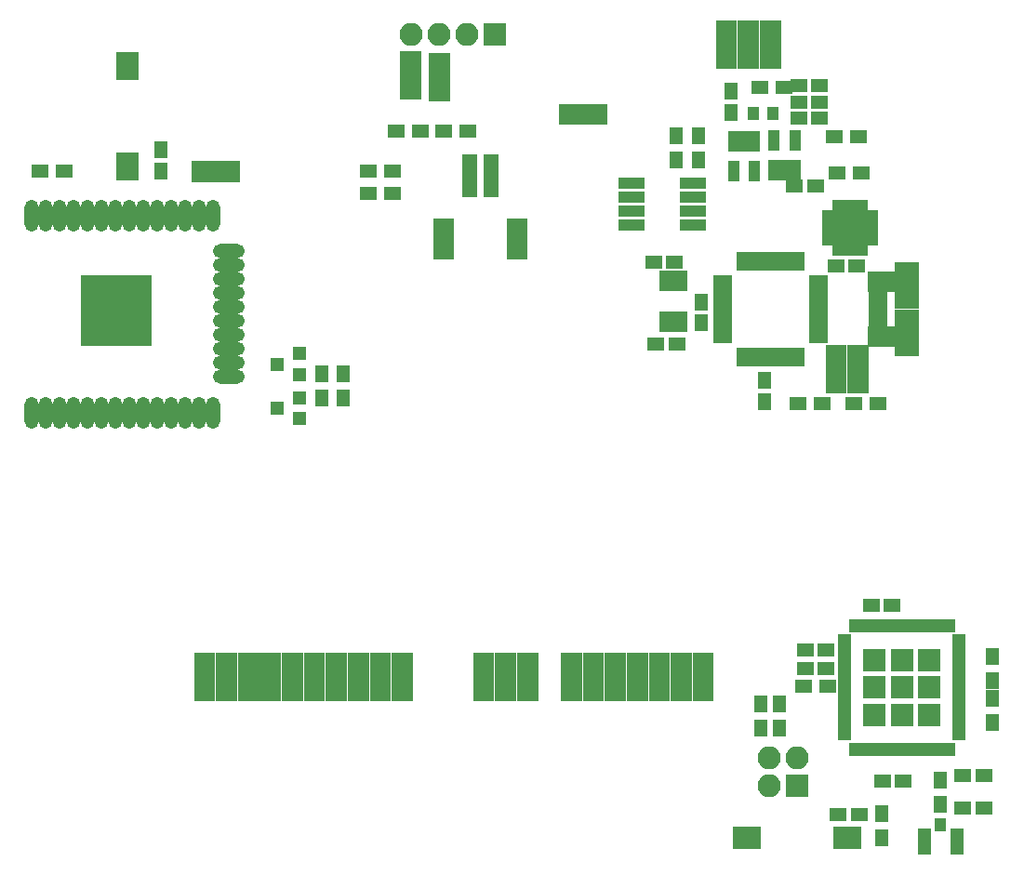
<source format=gbs>
G04 #@! TF.FileFunction,Soldermask,Bot*
%FSLAX46Y46*%
G04 Gerber Fmt 4.6, Leading zero omitted, Abs format (unit mm)*
G04 Created by KiCad (PCBNEW 4.0.7) date Thu Dec  7 16:12:30 2017*
%MOMM*%
%LPD*%
G01*
G04 APERTURE LIST*
%ADD10C,0.100000*%
%ADD11R,0.900000X1.200000*%
%ADD12R,1.200000X0.900000*%
%ADD13R,2.000000X2.000000*%
%ADD14R,1.600000X1.150000*%
%ADD15R,1.150000X1.600000*%
%ADD16R,1.000000X1.200000*%
%ADD17R,1.600000X1.300000*%
%ADD18R,1.050000X1.960000*%
%ADD19R,1.190000X2.340000*%
%ADD20R,1.140000X1.190000*%
%ADD21R,1.300000X1.600000*%
%ADD22R,2.580000X2.000000*%
%ADD23R,1.700000X0.650000*%
%ADD24R,0.650000X1.700000*%
%ADD25O,1.300000X2.900000*%
%ADD26O,2.900000X1.300000*%
%ADD27R,6.400000X6.400000*%
%ADD28R,2.537160X1.837160*%
%ADD29R,1.395680X3.897580*%
%ADD30R,1.398220X3.897580*%
%ADD31R,1.898600X3.798520*%
%ADD32R,1.898600X3.795980*%
%ADD33R,2.398980X0.999440*%
%ADD34R,1.300000X1.200000*%
%ADD35R,2.000000X2.580000*%
%ADD36R,0.700000X1.250000*%
%ADD37R,1.250000X0.700000*%
%ADD38R,1.700000X1.700000*%
%ADD39R,2.100000X2.100000*%
%ADD40O,2.100000X2.100000*%
%ADD41R,1.780000X0.850000*%
%ADD42R,2.500000X1.875000*%
%ADD43R,2.300000X2.775000*%
%ADD44R,2.300000X1.575000*%
G04 APERTURE END LIST*
D10*
D11*
X171100000Y-113350000D03*
X171900000Y-113350000D03*
X172700000Y-113350000D03*
X173500000Y-113350000D03*
X174300000Y-113350000D03*
X175100000Y-113350000D03*
X175900000Y-113350000D03*
X176700000Y-113350000D03*
X177500000Y-113350000D03*
X178300000Y-113350000D03*
X179100000Y-113350000D03*
X179900000Y-113350000D03*
D12*
X180700000Y-114600000D03*
X180700000Y-115400000D03*
X180700000Y-116200000D03*
X180700000Y-117000000D03*
X180700000Y-117800000D03*
X180700000Y-118600000D03*
X180700000Y-119400000D03*
X180700000Y-120200000D03*
X180700000Y-121000000D03*
X180700000Y-121800000D03*
X180700000Y-122600000D03*
X180700000Y-123400000D03*
D11*
X179900000Y-124650000D03*
X179100000Y-124650000D03*
X178300000Y-124650000D03*
X177500000Y-124650000D03*
X176700000Y-124650000D03*
X175900000Y-124650000D03*
X175100000Y-124650000D03*
X174300000Y-124650000D03*
X173500000Y-124650000D03*
X172700000Y-124650000D03*
X171900000Y-124650000D03*
X171100000Y-124650000D03*
D12*
X170300000Y-123400000D03*
X170300000Y-122600000D03*
X170300000Y-121800000D03*
X170300000Y-121000000D03*
X170300000Y-120200000D03*
X170300000Y-119400000D03*
X170300000Y-118600000D03*
X170300000Y-117800000D03*
X170300000Y-117000000D03*
X170300000Y-116200000D03*
X170300000Y-115400000D03*
X170300000Y-114600000D03*
D13*
X173000000Y-116500000D03*
X173000000Y-119000000D03*
X173000000Y-121500000D03*
X175500000Y-116500000D03*
X175500000Y-119000000D03*
X175500000Y-121500000D03*
X178000000Y-116500000D03*
X178000000Y-119000000D03*
X178000000Y-121500000D03*
D14*
X173700000Y-127550000D03*
X175600000Y-127550000D03*
X168600000Y-117250000D03*
X166700000Y-117250000D03*
X168600000Y-115550000D03*
X166700000Y-115550000D03*
X174600000Y-111550000D03*
X172700000Y-111550000D03*
X171600000Y-130550000D03*
X169700000Y-130550000D03*
X165700000Y-73350000D03*
X167600000Y-73350000D03*
X166100000Y-64150000D03*
X168000000Y-64150000D03*
X166100000Y-65750000D03*
X168000000Y-65750000D03*
X166100000Y-67150000D03*
X168000000Y-67150000D03*
D15*
X157250000Y-85800000D03*
X157250000Y-83900000D03*
X159950000Y-66600000D03*
X159950000Y-64700000D03*
D14*
X155000000Y-87750000D03*
X153100000Y-87750000D03*
X154800000Y-80250000D03*
X152900000Y-80250000D03*
D16*
X162000000Y-66750000D03*
X163700000Y-66750000D03*
D17*
X171555000Y-68805000D03*
X169355000Y-68805000D03*
D18*
X160150000Y-69240000D03*
X161100000Y-69240000D03*
X162050000Y-69240000D03*
X162050000Y-71940000D03*
X160150000Y-71940000D03*
D19*
X177525000Y-133000000D03*
X180475000Y-133000000D03*
D20*
X179000000Y-131475000D03*
D21*
X183710000Y-118410000D03*
X183710000Y-116210000D03*
X183710000Y-120020000D03*
X183710000Y-122220000D03*
X173650000Y-132650000D03*
X173650000Y-130450000D03*
D17*
X166550000Y-118850000D03*
X168750000Y-118850000D03*
X164750000Y-64350000D03*
X162550000Y-64350000D03*
D21*
X157000000Y-68800000D03*
X157000000Y-71000000D03*
D17*
X133750000Y-68350000D03*
X135950000Y-68350000D03*
X129450000Y-68350000D03*
X131650000Y-68350000D03*
D22*
X170520000Y-132700000D03*
X161340000Y-132700000D03*
D23*
X159200000Y-87300000D03*
X159200000Y-86800000D03*
X159200000Y-86300000D03*
X159200000Y-85800000D03*
X159200000Y-85300000D03*
X159200000Y-84800000D03*
X159200000Y-84300000D03*
X159200000Y-83800000D03*
X159200000Y-83300000D03*
X159200000Y-82800000D03*
X159200000Y-82300000D03*
X159200000Y-81800000D03*
D24*
X160800000Y-80200000D03*
X161300000Y-80200000D03*
X161800000Y-80200000D03*
X162300000Y-80200000D03*
X162800000Y-80200000D03*
X163300000Y-80200000D03*
X163800000Y-80200000D03*
X164300000Y-80200000D03*
X164800000Y-80200000D03*
X165300000Y-80200000D03*
X165800000Y-80200000D03*
X166300000Y-80200000D03*
D23*
X167900000Y-81800000D03*
X167900000Y-82300000D03*
X167900000Y-82800000D03*
X167900000Y-83300000D03*
X167900000Y-83800000D03*
X167900000Y-84300000D03*
X167900000Y-84800000D03*
X167900000Y-85300000D03*
X167900000Y-85800000D03*
X167900000Y-86300000D03*
X167900000Y-86800000D03*
X167900000Y-87300000D03*
D24*
X166300000Y-88900000D03*
X165800000Y-88900000D03*
X165300000Y-88900000D03*
X164800000Y-88900000D03*
X164300000Y-88900000D03*
X163800000Y-88900000D03*
X163300000Y-88900000D03*
X162800000Y-88900000D03*
X162300000Y-88900000D03*
X161800000Y-88900000D03*
X161300000Y-88900000D03*
X160800000Y-88900000D03*
D25*
X96250000Y-94000000D03*
X97520000Y-94000000D03*
X98790000Y-94000000D03*
X100060000Y-94000000D03*
X101330000Y-94000000D03*
X102600000Y-94000000D03*
X103870000Y-94000000D03*
X105140000Y-94000000D03*
X106410000Y-94000000D03*
X107680000Y-94000000D03*
X108950000Y-94000000D03*
X110220000Y-94000000D03*
X111490000Y-94000000D03*
X112760000Y-94000000D03*
D26*
X114250000Y-90715000D03*
X114250000Y-89445000D03*
X114250000Y-88175000D03*
X114250000Y-86905000D03*
X114250000Y-85635000D03*
X114250000Y-84365000D03*
X114250000Y-83095000D03*
X114250000Y-81825000D03*
X114250000Y-80555000D03*
X114250000Y-79285000D03*
D25*
X112760000Y-76000000D03*
X111490000Y-76000000D03*
X110220000Y-76000000D03*
X108950000Y-76000000D03*
X107680000Y-76000000D03*
X106410000Y-76000000D03*
X105140000Y-76000000D03*
X103870000Y-76000000D03*
X102600000Y-76000000D03*
X101330000Y-76000000D03*
X100060000Y-76000000D03*
X98790000Y-76000000D03*
X97520000Y-76000000D03*
X96250000Y-76000000D03*
D27*
X103950000Y-84700000D03*
D18*
X165730000Y-71870000D03*
X164780000Y-71870000D03*
X163830000Y-71870000D03*
X163830000Y-69170000D03*
X165730000Y-69170000D03*
D28*
X154650000Y-85700000D03*
X154650000Y-82000000D03*
D15*
X108000000Y-71950000D03*
X108000000Y-70050000D03*
X163000000Y-91050000D03*
X163000000Y-92950000D03*
D14*
X169500000Y-80600000D03*
X171400000Y-80600000D03*
D17*
X166065000Y-93170000D03*
X168265000Y-93170000D03*
D29*
X138098480Y-72401980D03*
D30*
X136096960Y-72401980D03*
D31*
X140442900Y-78150000D03*
D32*
X133750000Y-78150000D03*
D33*
X156444000Y-73045000D03*
X156444000Y-74315000D03*
X156444000Y-75585000D03*
X156444000Y-76855000D03*
X150856000Y-76855000D03*
X150856000Y-75585000D03*
X150856000Y-74315000D03*
X150856000Y-73045000D03*
D34*
X120650000Y-92600000D03*
X120650000Y-94500000D03*
X118650000Y-93550000D03*
X120650000Y-88600000D03*
X120650000Y-90500000D03*
X118650000Y-89550000D03*
D17*
X171750000Y-72150000D03*
X169550000Y-72150000D03*
X97000000Y-72000000D03*
X99200000Y-72000000D03*
X171145000Y-93170000D03*
X173345000Y-93170000D03*
D21*
X154950000Y-68800000D03*
X154950000Y-71000000D03*
X122650000Y-92650000D03*
X122650000Y-90450000D03*
X124650000Y-90450000D03*
X124650000Y-92650000D03*
D35*
X105000000Y-71590000D03*
X105000000Y-62410000D03*
D36*
X172000000Y-79100000D03*
X171500000Y-79100000D03*
X171000000Y-79100000D03*
X170500000Y-79100000D03*
X170000000Y-79100000D03*
X169500000Y-79100000D03*
D37*
X168800000Y-78400000D03*
X168800000Y-77900000D03*
X168800000Y-77400000D03*
X168800000Y-76900000D03*
X168800000Y-76400000D03*
X168800000Y-75900000D03*
D36*
X169500000Y-75200000D03*
X170000000Y-75200000D03*
X170500000Y-75200000D03*
X171000000Y-75200000D03*
X171500000Y-75200000D03*
X172000000Y-75200000D03*
D37*
X172700000Y-75900000D03*
X172700000Y-76400000D03*
X172700000Y-76900000D03*
X172700000Y-77400000D03*
X172700000Y-77900000D03*
X172700000Y-78400000D03*
D38*
X170100000Y-76500000D03*
X171400000Y-76500000D03*
X170100000Y-77800000D03*
X171400000Y-77800000D03*
D14*
X181050000Y-130000000D03*
X182950000Y-130000000D03*
X181050000Y-127000000D03*
X182950000Y-127000000D03*
D21*
X179000000Y-129600000D03*
X179000000Y-127400000D03*
D39*
X165930000Y-127930000D03*
D40*
X163390000Y-127930000D03*
X165930000Y-125390000D03*
X163390000Y-125390000D03*
D39*
X138440000Y-59550000D03*
D40*
X135900000Y-59550000D03*
X133360000Y-59550000D03*
X130820000Y-59550000D03*
D41*
X173290000Y-83250000D03*
X173290000Y-83900000D03*
X173290000Y-84550000D03*
X173290000Y-85200000D03*
X173290000Y-85850000D03*
D42*
X173650000Y-82087500D03*
X173650000Y-87012500D03*
D43*
X175950000Y-81640000D03*
X175950000Y-87460000D03*
D44*
X175950000Y-83710000D03*
X175950000Y-85390000D03*
D21*
X162650000Y-122680000D03*
X162650000Y-120480000D03*
X164350000Y-122680000D03*
X164350000Y-120480000D03*
D10*
G36*
X148700000Y-65838000D02*
X148700000Y-67762000D01*
X144300000Y-67762000D01*
X144300000Y-65838000D01*
X148700000Y-65838000D01*
X148700000Y-65838000D01*
G37*
G36*
X160462000Y-62700000D02*
X158538000Y-62700000D01*
X158538000Y-58300000D01*
X160462000Y-58300000D01*
X160462000Y-62700000D01*
X160462000Y-62700000D01*
G37*
G36*
X168538000Y-87800000D02*
X170462000Y-87800000D01*
X170462000Y-92200000D01*
X168538000Y-92200000D01*
X168538000Y-87800000D01*
X168538000Y-87800000D01*
G37*
G36*
X130962000Y-120200000D02*
X129038000Y-120200000D01*
X129038000Y-115800000D01*
X130962000Y-115800000D01*
X130962000Y-120200000D01*
X130962000Y-120200000D01*
G37*
G36*
X128962000Y-120200000D02*
X127038000Y-120200000D01*
X127038000Y-115800000D01*
X128962000Y-115800000D01*
X128962000Y-120200000D01*
X128962000Y-120200000D01*
G37*
G36*
X126962000Y-120200000D02*
X125038000Y-120200000D01*
X125038000Y-115800000D01*
X126962000Y-115800000D01*
X126962000Y-120200000D01*
X126962000Y-120200000D01*
G37*
G36*
X124962000Y-120200000D02*
X123038000Y-120200000D01*
X123038000Y-115800000D01*
X124962000Y-115800000D01*
X124962000Y-120200000D01*
X124962000Y-120200000D01*
G37*
G36*
X122962000Y-120200000D02*
X121038000Y-120200000D01*
X121038000Y-115800000D01*
X122962000Y-115800000D01*
X122962000Y-120200000D01*
X122962000Y-120200000D01*
G37*
G36*
X120962000Y-120200000D02*
X119038000Y-120200000D01*
X119038000Y-115800000D01*
X120962000Y-115800000D01*
X120962000Y-120200000D01*
X120962000Y-120200000D01*
G37*
G36*
X118962000Y-120200000D02*
X117038000Y-120200000D01*
X117038000Y-115800000D01*
X118962000Y-115800000D01*
X118962000Y-120200000D01*
X118962000Y-120200000D01*
G37*
G36*
X134362000Y-65600000D02*
X132438000Y-65600000D01*
X132438000Y-61200000D01*
X134362000Y-61200000D01*
X134362000Y-65600000D01*
X134362000Y-65600000D01*
G37*
G36*
X131712000Y-65450000D02*
X129788000Y-65450000D01*
X129788000Y-61050000D01*
X131712000Y-61050000D01*
X131712000Y-65450000D01*
X131712000Y-65450000D01*
G37*
G36*
X110800000Y-72962000D02*
X110800000Y-71038000D01*
X115200000Y-71038000D01*
X115200000Y-72962000D01*
X110800000Y-72962000D01*
X110800000Y-72962000D01*
G37*
G36*
X164462000Y-62700000D02*
X162538000Y-62700000D01*
X162538000Y-58300000D01*
X164462000Y-58300000D01*
X164462000Y-62700000D01*
X164462000Y-62700000D01*
G37*
G36*
X158362000Y-120200000D02*
X156438000Y-120200000D01*
X156438000Y-115800000D01*
X158362000Y-115800000D01*
X158362000Y-120200000D01*
X158362000Y-120200000D01*
G37*
G36*
X162462000Y-62700000D02*
X160538000Y-62700000D01*
X160538000Y-58300000D01*
X162462000Y-58300000D01*
X162462000Y-62700000D01*
X162462000Y-62700000D01*
G37*
G36*
X146362000Y-120200000D02*
X144438000Y-120200000D01*
X144438000Y-115800000D01*
X146362000Y-115800000D01*
X146362000Y-120200000D01*
X146362000Y-120200000D01*
G37*
G36*
X148362000Y-120200000D02*
X146438000Y-120200000D01*
X146438000Y-115800000D01*
X148362000Y-115800000D01*
X148362000Y-120200000D01*
X148362000Y-120200000D01*
G37*
G36*
X152362000Y-120200000D02*
X150438000Y-120200000D01*
X150438000Y-115800000D01*
X152362000Y-115800000D01*
X152362000Y-120200000D01*
X152362000Y-120200000D01*
G37*
G36*
X150362000Y-120200000D02*
X148438000Y-120200000D01*
X148438000Y-115800000D01*
X150362000Y-115800000D01*
X150362000Y-120200000D01*
X150362000Y-120200000D01*
G37*
G36*
X154362000Y-120200000D02*
X152438000Y-120200000D01*
X152438000Y-115800000D01*
X154362000Y-115800000D01*
X154362000Y-120200000D01*
X154362000Y-120200000D01*
G37*
G36*
X156362000Y-120200000D02*
X154438000Y-120200000D01*
X154438000Y-115800000D01*
X156362000Y-115800000D01*
X156362000Y-120200000D01*
X156362000Y-120200000D01*
G37*
G36*
X138362000Y-120200000D02*
X136438000Y-120200000D01*
X136438000Y-115800000D01*
X138362000Y-115800000D01*
X138362000Y-120200000D01*
X138362000Y-120200000D01*
G37*
G36*
X142362000Y-120200000D02*
X140438000Y-120200000D01*
X140438000Y-115800000D01*
X142362000Y-115800000D01*
X142362000Y-120200000D01*
X142362000Y-120200000D01*
G37*
G36*
X140362000Y-120200000D02*
X138438000Y-120200000D01*
X138438000Y-115800000D01*
X140362000Y-115800000D01*
X140362000Y-120200000D01*
X140362000Y-120200000D01*
G37*
G36*
X114962000Y-120200000D02*
X113038000Y-120200000D01*
X113038000Y-115800000D01*
X114962000Y-115800000D01*
X114962000Y-120200000D01*
X114962000Y-120200000D01*
G37*
G36*
X116962000Y-120200000D02*
X115038000Y-120200000D01*
X115038000Y-115800000D01*
X116962000Y-115800000D01*
X116962000Y-120200000D01*
X116962000Y-120200000D01*
G37*
G36*
X112962000Y-120200000D02*
X111038000Y-120200000D01*
X111038000Y-115800000D01*
X112962000Y-115800000D01*
X112962000Y-120200000D01*
X112962000Y-120200000D01*
G37*
G36*
X170538000Y-87800000D02*
X172462000Y-87800000D01*
X172462000Y-92200000D01*
X170538000Y-92200000D01*
X170538000Y-87800000D01*
X170538000Y-87800000D01*
G37*
D17*
X126900000Y-74000000D03*
X129100000Y-74000000D03*
X126900000Y-72000000D03*
X129100000Y-72000000D03*
M02*

</source>
